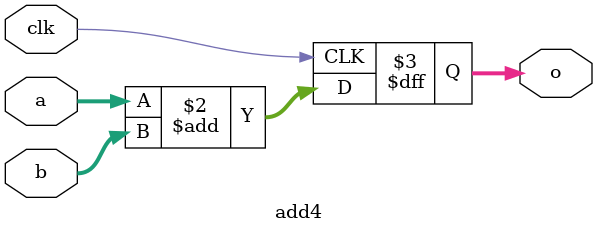
<source format=v>
module add4(
    input [3:0] a,
    input [3:0] b,
    input clk,
    output reg [3:0] o
);

always @ (posedge clk) begin
    o <= a + b;
end

endmodule
</source>
